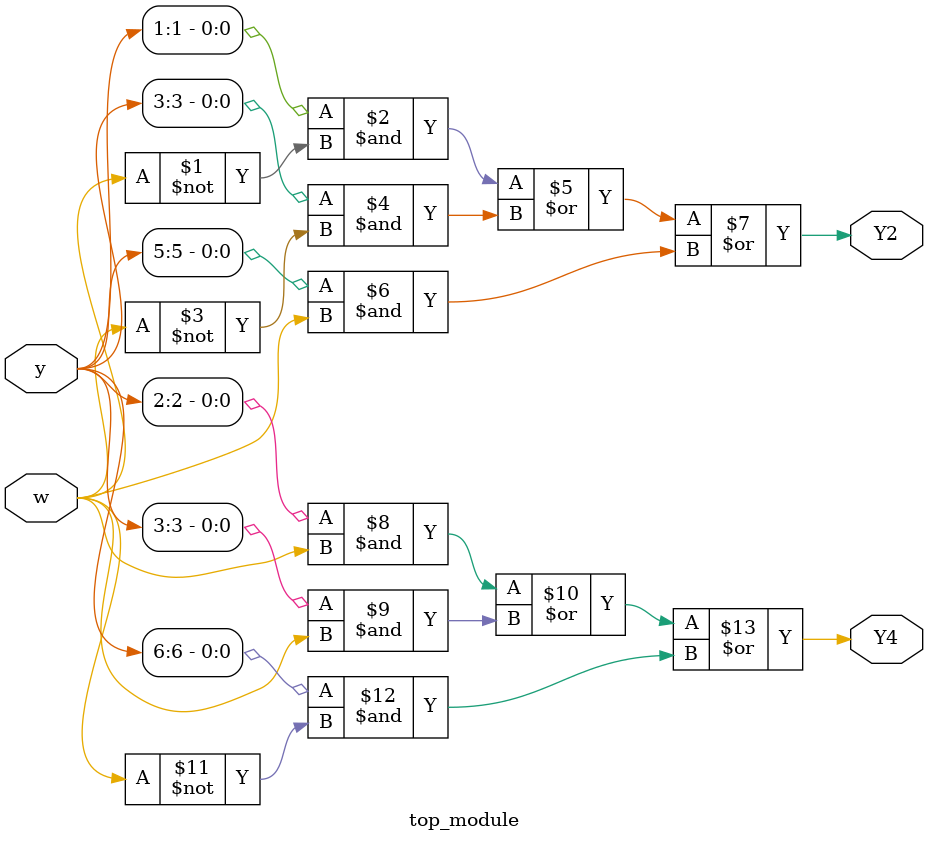
<source format=sv>
module top_module (
    input [6:1] y,
    input w,
    output Y2,
    output Y4
);

// Derive the logic equations for Y2 and Y4 by inspection

// Y2 corresponds to the next-state signal for state y[2] (state B)
assign Y2 = (y[1] & ~w) | (y[3] & ~w) | (y[5] & w);

// Y4 corresponds to the next-state signal for state y[4] (state D)
assign Y4 = (y[2] & w) | (y[3] & w) | (y[6] & ~w);

endmodule

</source>
